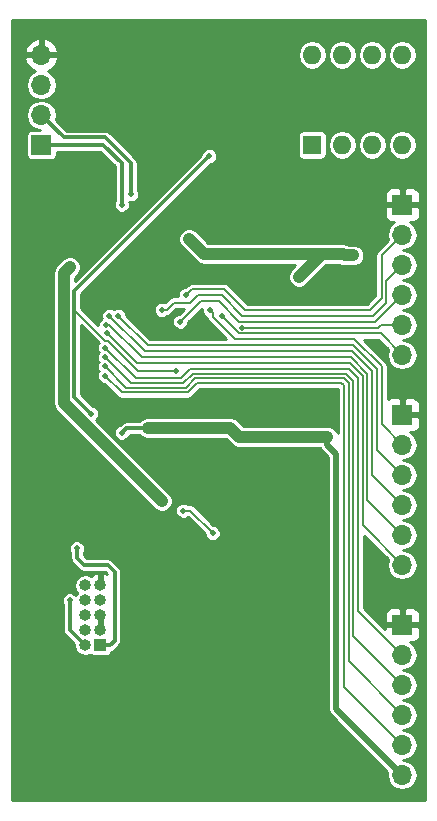
<source format=gbl>
G04 #@! TF.FileFunction,Copper,L2,Bot,Signal*
%FSLAX46Y46*%
G04 Gerber Fmt 4.6, Leading zero omitted, Abs format (unit mm)*
G04 Created by KiCad (PCBNEW 4.0.7) date Saturday, May 19, 2018 'PMt' 08:47:35 PM*
%MOMM*%
%LPD*%
G01*
G04 APERTURE LIST*
%ADD10C,0.100000*%
%ADD11C,6.400000*%
%ADD12C,1.000000*%
%ADD13C,0.400000*%
%ADD14R,1.000000X1.000000*%
%ADD15O,1.000000X1.000000*%
%ADD16R,1.700000X1.700000*%
%ADD17O,1.700000X1.700000*%
%ADD18R,1.600000X1.600000*%
%ADD19O,1.600000X1.600000*%
%ADD20C,0.500000*%
%ADD21C,1.000000*%
%ADD22C,0.200000*%
%ADD23C,0.500000*%
%ADD24C,0.300000*%
%ADD25C,0.254000*%
G04 APERTURE END LIST*
D10*
D11*
X227200000Y-117800000D03*
D12*
X225000000Y-91200000D03*
X231400000Y-95600000D03*
X230200000Y-78800000D03*
X230400000Y-87000000D03*
X240400000Y-91600000D03*
X237800000Y-58900000D03*
X236200000Y-62800000D03*
X235600000Y-81000000D03*
X234320000Y-113200000D03*
X248400000Y-92400000D03*
X245000000Y-88600000D03*
X240800000Y-88600000D03*
X241800000Y-77000000D03*
X242800000Y-69000000D03*
D13*
X238750000Y-61250000D03*
X238750000Y-62200000D03*
X238750000Y-60300000D03*
D14*
X230990000Y-108410000D03*
D15*
X229720000Y-108410000D03*
X230990000Y-107140000D03*
X229720000Y-107140000D03*
X230990000Y-105870000D03*
X229720000Y-105870000D03*
X230990000Y-104600000D03*
X229720000Y-104600000D03*
X230990000Y-103330000D03*
X229720000Y-103330000D03*
D16*
X226000000Y-66040000D03*
D17*
X226000000Y-63500000D03*
X226000000Y-60960000D03*
X226000000Y-58420000D03*
D18*
X248920000Y-66040000D03*
D19*
X256540000Y-58420000D03*
X251460000Y-66040000D03*
X254000000Y-58420000D03*
X254000000Y-66040000D03*
X251460000Y-58420000D03*
X256540000Y-66040000D03*
X248920000Y-58420000D03*
D16*
X256540000Y-71120000D03*
D17*
X256540000Y-73660000D03*
X256540000Y-76200000D03*
X256540000Y-78740000D03*
X256540000Y-81280000D03*
X256540000Y-83820000D03*
D16*
X256540000Y-88900000D03*
D17*
X256540000Y-91440000D03*
X256540000Y-93980000D03*
X256540000Y-96520000D03*
X256540000Y-99060000D03*
X256540000Y-101600000D03*
D16*
X256540000Y-106680000D03*
D17*
X256540000Y-109220000D03*
X256540000Y-111760000D03*
X256540000Y-114300000D03*
X256540000Y-116840000D03*
X256540000Y-119380000D03*
D11*
X227000000Y-72000000D03*
D20*
X238000000Y-97000000D03*
D12*
X236200000Y-96200000D03*
X228400000Y-76400000D03*
D20*
X240500000Y-98900000D03*
D12*
X250200000Y-90750000D03*
D20*
X229000000Y-100200000D03*
X232800000Y-90400000D03*
D12*
X252400000Y-75400000D03*
X238500000Y-74000000D03*
X247800000Y-77200000D03*
X235000000Y-90000000D03*
X242750000Y-90750000D03*
D20*
X233600000Y-70200000D03*
X232800000Y-71100000D03*
X228400000Y-104600000D03*
X230200000Y-88800000D03*
X240200000Y-67000000D03*
X237400000Y-85200000D03*
X238250000Y-78750000D03*
X236200000Y-80000000D03*
X237750000Y-81000000D03*
X243000000Y-81500010D03*
X241250000Y-80500000D03*
X240250000Y-80000000D03*
X232500000Y-80500000D03*
X231750000Y-80500000D03*
X231500000Y-81250000D03*
X231538916Y-81961084D03*
X231400000Y-83200000D03*
X231400000Y-84000000D03*
X231400000Y-84800000D03*
X231400000Y-85600000D03*
D21*
X227899998Y-87899998D02*
X236200000Y-96200000D01*
X227899998Y-76900002D02*
X227899998Y-87899998D01*
X228400000Y-76400000D02*
X227899998Y-76900002D01*
D22*
X238000000Y-97000000D02*
X238600000Y-97000000D01*
X238600000Y-97000000D02*
X240500000Y-98900000D01*
D21*
X252400000Y-75400000D02*
X251692894Y-75400000D01*
X251692894Y-75400000D02*
X251542894Y-75250000D01*
X251542894Y-75250000D02*
X249750000Y-75250000D01*
D23*
X250942894Y-92200000D02*
X250942894Y-113782894D01*
X250942894Y-113782894D02*
X256540000Y-119380000D01*
X250200000Y-90750000D02*
X250200000Y-91457106D01*
X250200000Y-91457106D02*
X250942894Y-92200000D01*
D21*
X242750000Y-90750000D02*
X250200000Y-90750000D01*
D24*
X229600000Y-101600000D02*
X229000000Y-101000000D01*
X229000000Y-100200000D02*
X229000000Y-101000000D01*
X231600000Y-101600000D02*
X229600000Y-101600000D01*
X232200000Y-102200000D02*
X231600000Y-101600000D01*
X232200000Y-108000000D02*
X232200000Y-102200000D01*
X230990000Y-108410000D02*
X231790000Y-108410000D01*
X231790000Y-108410000D02*
X232200000Y-108000000D01*
X235000000Y-90000000D02*
X233200000Y-90000000D01*
X233200000Y-90000000D02*
X232800000Y-90400000D01*
D21*
X235000000Y-90000000D02*
X242000000Y-90000000D01*
X247800000Y-77200000D02*
X249750000Y-75250000D01*
X249750000Y-75250000D02*
X239750000Y-75250000D01*
X239750000Y-75250000D02*
X238500000Y-74000000D01*
X242000000Y-90000000D02*
X242750000Y-90750000D01*
D24*
X233600000Y-67600000D02*
X233600000Y-70200000D01*
X227900000Y-65400000D02*
X231400000Y-65400000D01*
X231400000Y-65400000D02*
X233600000Y-67600000D01*
X226000000Y-63500000D02*
X227900000Y-65400000D01*
X226000000Y-66040000D02*
X231240000Y-66040000D01*
X231240000Y-66040000D02*
X232800000Y-67600000D01*
X232800000Y-67600000D02*
X232800000Y-71100000D01*
X228400000Y-104600000D02*
X228400000Y-107090000D01*
X228400000Y-107090000D02*
X229720000Y-108410000D01*
D22*
X231600000Y-82600000D02*
X234200000Y-85200000D01*
X234200000Y-85200000D02*
X237400000Y-85200000D01*
X231600000Y-82600000D02*
X231400000Y-82600000D01*
X231400000Y-82600000D02*
X228800000Y-80000000D01*
D24*
X240200000Y-67000000D02*
X228800000Y-78400000D01*
X228800000Y-78400000D02*
X228800000Y-80000000D01*
X228800000Y-80000000D02*
X228800000Y-87400000D01*
X228800000Y-87400000D02*
X230200000Y-88800000D01*
D22*
X238250000Y-78750000D02*
X238750000Y-78250000D01*
X253800000Y-80000000D02*
X254800000Y-79000000D01*
X238750000Y-78250000D02*
X241500000Y-78250000D01*
X254800000Y-75400000D02*
X256540000Y-73660000D01*
X241500000Y-78250000D02*
X243250000Y-80000000D01*
X243250000Y-80000000D02*
X253800000Y-80000000D01*
X254800000Y-79000000D02*
X254800000Y-75400000D01*
X238600000Y-79400000D02*
X239250000Y-78750000D01*
X236600000Y-80000000D02*
X237200000Y-79400000D01*
X237200000Y-79400000D02*
X238600000Y-79400000D01*
X236200000Y-80000000D02*
X236600000Y-80000000D01*
X239250000Y-78750000D02*
X241250000Y-78750000D01*
X241250000Y-78750000D02*
X243000000Y-80500000D01*
X243000000Y-80500000D02*
X254100000Y-80500000D01*
X254100000Y-80500000D02*
X255200000Y-79400000D01*
X255200000Y-79400000D02*
X255200000Y-77540000D01*
X255200000Y-77540000D02*
X256540000Y-76200000D01*
X237750000Y-81000000D02*
X239500000Y-79250000D01*
X239500000Y-79250000D02*
X241000000Y-79250000D01*
X241000000Y-79250000D02*
X242750000Y-81000000D01*
X242750000Y-81000000D02*
X254280000Y-81000000D01*
X254280000Y-81000000D02*
X256540000Y-78740000D01*
X254499990Y-81500010D02*
X254720000Y-81280000D01*
X254720000Y-81280000D02*
X256540000Y-81280000D01*
X243000000Y-81500010D02*
X254499990Y-81500010D01*
X242750011Y-82000011D02*
X254720011Y-82000011D01*
X254720011Y-82000011D02*
X256540000Y-83820000D01*
X241250000Y-80500000D02*
X242750011Y-82000011D01*
X240250000Y-80000000D02*
X240500000Y-80250000D01*
X254800000Y-89700000D02*
X256540000Y-91440000D01*
X240500000Y-80250000D02*
X240500000Y-80603553D01*
X240500000Y-80603553D02*
X242396447Y-82500000D01*
X242396447Y-82500000D02*
X252500000Y-82500000D01*
X252500000Y-82500000D02*
X254800000Y-84800000D01*
X254800000Y-84800000D02*
X254800000Y-89700000D01*
X232500000Y-80500000D02*
X235000000Y-83000000D01*
X235000000Y-83000000D02*
X252400000Y-83000000D01*
X252400000Y-83000000D02*
X254400000Y-85000000D01*
X254400000Y-85000000D02*
X254400000Y-91840000D01*
X254400000Y-91840000D02*
X256540000Y-93980000D01*
X234750000Y-83500000D02*
X252300000Y-83500000D01*
X254000000Y-85200000D02*
X254000000Y-93980000D01*
X252300000Y-83500000D02*
X254000000Y-85200000D01*
X231750000Y-80500000D02*
X234750000Y-83500000D01*
X254000000Y-93980000D02*
X256540000Y-96520000D01*
X234500000Y-84000000D02*
X252200000Y-84000000D01*
X253600000Y-85400000D02*
X253600000Y-96120000D01*
X252200000Y-84000000D02*
X253600000Y-85400000D01*
X253600000Y-96120000D02*
X256540000Y-99060000D01*
X231500000Y-81250000D02*
X231750000Y-81250000D01*
X231750000Y-81250000D02*
X234500000Y-84000000D01*
X231538916Y-81961084D02*
X234077832Y-84500000D01*
X234077832Y-84500000D02*
X252100000Y-84500000D01*
X252100000Y-84500000D02*
X253200000Y-85600000D01*
X253200000Y-85600000D02*
X253200000Y-98260000D01*
X253200000Y-98260000D02*
X256540000Y-101600000D01*
X238600000Y-85000000D02*
X252000000Y-85000000D01*
X252800000Y-85800000D02*
X252800000Y-105480000D01*
X252000000Y-85000000D02*
X252800000Y-85800000D01*
X234000000Y-85800000D02*
X237800000Y-85800000D01*
X231400000Y-83200000D02*
X234000000Y-85800000D01*
X237800000Y-85800000D02*
X238600000Y-85000000D01*
X252800000Y-105480000D02*
X256540000Y-109220000D01*
X233600000Y-86200000D02*
X238000000Y-86200000D01*
X238000000Y-86200000D02*
X238800000Y-85400000D01*
X252400000Y-86000000D02*
X252400000Y-107620000D01*
X231400000Y-84000000D02*
X233600000Y-86200000D01*
X238800000Y-85400000D02*
X251800000Y-85400000D01*
X251800000Y-85400000D02*
X252400000Y-86000000D01*
X252400000Y-107620000D02*
X256540000Y-111760000D01*
X252000000Y-86200000D02*
X252000000Y-109760000D01*
X231400000Y-84800000D02*
X233200000Y-86600000D01*
X251600000Y-85800000D02*
X252000000Y-86200000D01*
X233200000Y-86600000D02*
X238200000Y-86600000D01*
X238200000Y-86600000D02*
X239000000Y-85800000D01*
X239000000Y-85800000D02*
X251600000Y-85800000D01*
X252000000Y-109760000D02*
X256540000Y-114300000D01*
X231400000Y-85600000D02*
X232800000Y-87000000D01*
X251400000Y-86200000D02*
X251600000Y-86400000D01*
X232800000Y-87000000D02*
X238400000Y-87000000D01*
X238400000Y-87000000D02*
X239200000Y-86200000D01*
X239200000Y-86200000D02*
X251400000Y-86200000D01*
X251600000Y-86400000D02*
X251600000Y-111900000D01*
X251600000Y-111900000D02*
X256540000Y-116840000D01*
D25*
G36*
X258498000Y-121498000D02*
X223502000Y-121498000D01*
X223502000Y-104734073D01*
X227722883Y-104734073D01*
X227823000Y-104976375D01*
X227823000Y-107089995D01*
X227822999Y-107090000D01*
X227866922Y-107310808D01*
X227991999Y-107498001D01*
X228796268Y-108302270D01*
X228774839Y-108410000D01*
X228845403Y-108764748D01*
X229046351Y-109065488D01*
X229347091Y-109266436D01*
X229701839Y-109337000D01*
X229738161Y-109337000D01*
X230092909Y-109266436D01*
X230176155Y-109210813D01*
X230177927Y-109213567D01*
X230320619Y-109311064D01*
X230490000Y-109345365D01*
X231490000Y-109345365D01*
X231648237Y-109315591D01*
X231793567Y-109222073D01*
X231891064Y-109079381D01*
X231914799Y-108962176D01*
X232010808Y-108943078D01*
X232198001Y-108818001D01*
X232607998Y-108408003D01*
X232608001Y-108408001D01*
X232733078Y-108220808D01*
X232747760Y-108147000D01*
X232777001Y-108000000D01*
X232777000Y-107999995D01*
X232777000Y-102200000D01*
X232733078Y-101979192D01*
X232608001Y-101791999D01*
X232008001Y-101191999D01*
X231820808Y-101066922D01*
X231600000Y-101022999D01*
X231599995Y-101023000D01*
X229839002Y-101023000D01*
X229577000Y-100760998D01*
X229577000Y-100575797D01*
X229676882Y-100335254D01*
X229677117Y-100065927D01*
X229574267Y-99817011D01*
X229383990Y-99626402D01*
X229135254Y-99523118D01*
X228865927Y-99522883D01*
X228617011Y-99625733D01*
X228426402Y-99816010D01*
X228323118Y-100064746D01*
X228322883Y-100334073D01*
X228423000Y-100576375D01*
X228423000Y-100999995D01*
X228422999Y-101000000D01*
X228466922Y-101220808D01*
X228591999Y-101408001D01*
X229191999Y-102008001D01*
X229379192Y-102133078D01*
X229600000Y-102177000D01*
X231360998Y-102177000D01*
X231549084Y-102365086D01*
X231291877Y-102235868D01*
X231117000Y-102360865D01*
X231117000Y-103203000D01*
X231137000Y-103203000D01*
X231137000Y-103457000D01*
X231117000Y-103457000D01*
X231117000Y-103477000D01*
X230863000Y-103477000D01*
X230863000Y-103457000D01*
X230843000Y-103457000D01*
X230843000Y-103203000D01*
X230863000Y-103203000D01*
X230863000Y-102360865D01*
X230688123Y-102235868D01*
X230292396Y-102434677D01*
X230198084Y-102543840D01*
X230092909Y-102473564D01*
X229738161Y-102403000D01*
X229701839Y-102403000D01*
X229347091Y-102473564D01*
X229046351Y-102674512D01*
X228845403Y-102975252D01*
X228774839Y-103330000D01*
X228845403Y-103684748D01*
X229032661Y-103965000D01*
X228908376Y-104151006D01*
X228783990Y-104026402D01*
X228535254Y-103923118D01*
X228265927Y-103922883D01*
X228017011Y-104025733D01*
X227826402Y-104216010D01*
X227723118Y-104464746D01*
X227722883Y-104734073D01*
X223502000Y-104734073D01*
X223502000Y-97134073D01*
X237322883Y-97134073D01*
X237425733Y-97382989D01*
X237616010Y-97573598D01*
X237864746Y-97676882D01*
X238134073Y-97677117D01*
X238382989Y-97574267D01*
X238406003Y-97551293D01*
X239822940Y-98968230D01*
X239822883Y-99034073D01*
X239925733Y-99282989D01*
X240116010Y-99473598D01*
X240364746Y-99576882D01*
X240634073Y-99577117D01*
X240882989Y-99474267D01*
X241073598Y-99283990D01*
X241176882Y-99035254D01*
X241177117Y-98765927D01*
X241074267Y-98517011D01*
X240883990Y-98326402D01*
X240635254Y-98223118D01*
X240568350Y-98223060D01*
X238972645Y-96627355D01*
X238801675Y-96513115D01*
X238600000Y-96473000D01*
X238430507Y-96473000D01*
X238383990Y-96426402D01*
X238135254Y-96323118D01*
X237865927Y-96322883D01*
X237617011Y-96425733D01*
X237426402Y-96616010D01*
X237323118Y-96864746D01*
X237322883Y-97134073D01*
X223502000Y-97134073D01*
X223502000Y-76900002D01*
X226972998Y-76900002D01*
X226972998Y-87899998D01*
X227043562Y-88254746D01*
X227135272Y-88391999D01*
X227244510Y-88555486D01*
X235544226Y-96855202D01*
X235674211Y-96985414D01*
X236014799Y-97126839D01*
X236383583Y-97127161D01*
X236724417Y-96986331D01*
X236985414Y-96725789D01*
X237126839Y-96385201D01*
X237127161Y-96016417D01*
X236986331Y-95675583D01*
X236725789Y-95414586D01*
X236725401Y-95414425D01*
X230634161Y-89323185D01*
X230773598Y-89183990D01*
X230876882Y-88935254D01*
X230877117Y-88665927D01*
X230774267Y-88417011D01*
X230583990Y-88226402D01*
X230341865Y-88125863D01*
X229377000Y-87160998D01*
X229377000Y-81322290D01*
X230848580Y-82793870D01*
X230826402Y-82816010D01*
X230723118Y-83064746D01*
X230722883Y-83334073D01*
X230825733Y-83582989D01*
X230842577Y-83599863D01*
X230826402Y-83616010D01*
X230723118Y-83864746D01*
X230722883Y-84134073D01*
X230825733Y-84382989D01*
X230842577Y-84399863D01*
X230826402Y-84416010D01*
X230723118Y-84664746D01*
X230722883Y-84934073D01*
X230825733Y-85182989D01*
X230842577Y-85199863D01*
X230826402Y-85216010D01*
X230723118Y-85464746D01*
X230722883Y-85734073D01*
X230825733Y-85982989D01*
X231016010Y-86173598D01*
X231264746Y-86276882D01*
X231331650Y-86276940D01*
X232427355Y-87372645D01*
X232598325Y-87486885D01*
X232800000Y-87527000D01*
X238400000Y-87527000D01*
X238601675Y-87486885D01*
X238772645Y-87372645D01*
X239418290Y-86727000D01*
X251073000Y-86727000D01*
X251073000Y-90435338D01*
X250986331Y-90225583D01*
X250725789Y-89964586D01*
X250385201Y-89823161D01*
X250016417Y-89822839D01*
X250016027Y-89823000D01*
X243133976Y-89823000D01*
X242655488Y-89344512D01*
X242629811Y-89327355D01*
X242354748Y-89143564D01*
X242000000Y-89073000D01*
X235000809Y-89073000D01*
X234816417Y-89072839D01*
X234475583Y-89213669D01*
X234265886Y-89423000D01*
X233200000Y-89423000D01*
X232979191Y-89466922D01*
X232904213Y-89517021D01*
X232791999Y-89591999D01*
X232791997Y-89592002D01*
X232657728Y-89726271D01*
X232417011Y-89825733D01*
X232226402Y-90016010D01*
X232123118Y-90264746D01*
X232122883Y-90534073D01*
X232225733Y-90782989D01*
X232416010Y-90973598D01*
X232664746Y-91076882D01*
X232934073Y-91077117D01*
X233182989Y-90974267D01*
X233373598Y-90783990D01*
X233459548Y-90577000D01*
X234266160Y-90577000D01*
X234474211Y-90785414D01*
X234814799Y-90926839D01*
X235183583Y-90927161D01*
X235183973Y-90927000D01*
X241616024Y-90927000D01*
X242094226Y-91405202D01*
X242224211Y-91535414D01*
X242564799Y-91676839D01*
X242933583Y-91677161D01*
X242933973Y-91677000D01*
X249566740Y-91677000D01*
X249574534Y-91716183D01*
X249577946Y-91721289D01*
X249721289Y-91935817D01*
X250265894Y-92480422D01*
X250265894Y-113782894D01*
X250317428Y-114041971D01*
X250464183Y-114261605D01*
X255295154Y-119092576D01*
X255237982Y-119380000D01*
X255335188Y-119868687D01*
X255612007Y-120282975D01*
X256026295Y-120559794D01*
X256514982Y-120657000D01*
X256565018Y-120657000D01*
X257053705Y-120559794D01*
X257467993Y-120282975D01*
X257744812Y-119868687D01*
X257842018Y-119380000D01*
X257744812Y-118891313D01*
X257467993Y-118477025D01*
X257053705Y-118200206D01*
X256600209Y-118110000D01*
X257053705Y-118019794D01*
X257467993Y-117742975D01*
X257744812Y-117328687D01*
X257842018Y-116840000D01*
X257744812Y-116351313D01*
X257467993Y-115937025D01*
X257053705Y-115660206D01*
X256600209Y-115570000D01*
X257053705Y-115479794D01*
X257467993Y-115202975D01*
X257744812Y-114788687D01*
X257842018Y-114300000D01*
X257744812Y-113811313D01*
X257467993Y-113397025D01*
X257053705Y-113120206D01*
X256600209Y-113030000D01*
X257053705Y-112939794D01*
X257467993Y-112662975D01*
X257744812Y-112248687D01*
X257842018Y-111760000D01*
X257744812Y-111271313D01*
X257467993Y-110857025D01*
X257053705Y-110580206D01*
X256600209Y-110490000D01*
X257053705Y-110399794D01*
X257467993Y-110122975D01*
X257744812Y-109708687D01*
X257842018Y-109220000D01*
X257744812Y-108731313D01*
X257467993Y-108317025D01*
X257240472Y-108165000D01*
X257516309Y-108165000D01*
X257749698Y-108068327D01*
X257928327Y-107889699D01*
X258025000Y-107656310D01*
X258025000Y-106965750D01*
X257866250Y-106807000D01*
X256667000Y-106807000D01*
X256667000Y-106827000D01*
X256413000Y-106827000D01*
X256413000Y-106807000D01*
X255213750Y-106807000D01*
X255055000Y-106965750D01*
X255055000Y-106989710D01*
X253768980Y-105703690D01*
X255055000Y-105703690D01*
X255055000Y-106394250D01*
X255213750Y-106553000D01*
X256413000Y-106553000D01*
X256413000Y-105353750D01*
X256667000Y-105353750D01*
X256667000Y-106553000D01*
X257866250Y-106553000D01*
X258025000Y-106394250D01*
X258025000Y-105703690D01*
X257928327Y-105470301D01*
X257749698Y-105291673D01*
X257516309Y-105195000D01*
X256825750Y-105195000D01*
X256667000Y-105353750D01*
X256413000Y-105353750D01*
X256254250Y-105195000D01*
X255563691Y-105195000D01*
X255330302Y-105291673D01*
X255151673Y-105470301D01*
X255055000Y-105703690D01*
X253768980Y-105703690D01*
X253327000Y-105261710D01*
X253327000Y-99132290D01*
X255330349Y-101135639D01*
X255237982Y-101600000D01*
X255335188Y-102088687D01*
X255612007Y-102502975D01*
X256026295Y-102779794D01*
X256514982Y-102877000D01*
X256565018Y-102877000D01*
X257053705Y-102779794D01*
X257467993Y-102502975D01*
X257744812Y-102088687D01*
X257842018Y-101600000D01*
X257744812Y-101111313D01*
X257467993Y-100697025D01*
X257053705Y-100420206D01*
X256600209Y-100330000D01*
X257053705Y-100239794D01*
X257467993Y-99962975D01*
X257744812Y-99548687D01*
X257842018Y-99060000D01*
X257744812Y-98571313D01*
X257467993Y-98157025D01*
X257053705Y-97880206D01*
X256600209Y-97790000D01*
X257053705Y-97699794D01*
X257467993Y-97422975D01*
X257744812Y-97008687D01*
X257842018Y-96520000D01*
X257744812Y-96031313D01*
X257467993Y-95617025D01*
X257053705Y-95340206D01*
X256600209Y-95250000D01*
X257053705Y-95159794D01*
X257467993Y-94882975D01*
X257744812Y-94468687D01*
X257842018Y-93980000D01*
X257744812Y-93491313D01*
X257467993Y-93077025D01*
X257053705Y-92800206D01*
X256600209Y-92710000D01*
X257053705Y-92619794D01*
X257467993Y-92342975D01*
X257744812Y-91928687D01*
X257842018Y-91440000D01*
X257744812Y-90951313D01*
X257467993Y-90537025D01*
X257240472Y-90385000D01*
X257516309Y-90385000D01*
X257749698Y-90288327D01*
X257928327Y-90109699D01*
X258025000Y-89876310D01*
X258025000Y-89185750D01*
X257866250Y-89027000D01*
X256667000Y-89027000D01*
X256667000Y-89047000D01*
X256413000Y-89047000D01*
X256413000Y-89027000D01*
X256393000Y-89027000D01*
X256393000Y-88773000D01*
X256413000Y-88773000D01*
X256413000Y-87573750D01*
X256667000Y-87573750D01*
X256667000Y-88773000D01*
X257866250Y-88773000D01*
X258025000Y-88614250D01*
X258025000Y-87923690D01*
X257928327Y-87690301D01*
X257749698Y-87511673D01*
X257516309Y-87415000D01*
X256825750Y-87415000D01*
X256667000Y-87573750D01*
X256413000Y-87573750D01*
X256254250Y-87415000D01*
X255563691Y-87415000D01*
X255330302Y-87511673D01*
X255327000Y-87514975D01*
X255327000Y-84800000D01*
X255286885Y-84598326D01*
X255286885Y-84598325D01*
X255172645Y-84427355D01*
X253272301Y-82527011D01*
X254501721Y-82527011D01*
X255330349Y-83355639D01*
X255237982Y-83820000D01*
X255335188Y-84308687D01*
X255612007Y-84722975D01*
X256026295Y-84999794D01*
X256514982Y-85097000D01*
X256565018Y-85097000D01*
X257053705Y-84999794D01*
X257467993Y-84722975D01*
X257744812Y-84308687D01*
X257842018Y-83820000D01*
X257744812Y-83331313D01*
X257467993Y-82917025D01*
X257053705Y-82640206D01*
X256600209Y-82550000D01*
X257053705Y-82459794D01*
X257467993Y-82182975D01*
X257744812Y-81768687D01*
X257842018Y-81280000D01*
X257744812Y-80791313D01*
X257467993Y-80377025D01*
X257053705Y-80100206D01*
X256600209Y-80010000D01*
X257053705Y-79919794D01*
X257467993Y-79642975D01*
X257744812Y-79228687D01*
X257842018Y-78740000D01*
X257744812Y-78251313D01*
X257467993Y-77837025D01*
X257053705Y-77560206D01*
X256600209Y-77470000D01*
X257053705Y-77379794D01*
X257467993Y-77102975D01*
X257744812Y-76688687D01*
X257842018Y-76200000D01*
X257744812Y-75711313D01*
X257467993Y-75297025D01*
X257053705Y-75020206D01*
X256600209Y-74930000D01*
X257053705Y-74839794D01*
X257467993Y-74562975D01*
X257744812Y-74148687D01*
X257842018Y-73660000D01*
X257744812Y-73171313D01*
X257467993Y-72757025D01*
X257240472Y-72605000D01*
X257516309Y-72605000D01*
X257749698Y-72508327D01*
X257928327Y-72329699D01*
X258025000Y-72096310D01*
X258025000Y-71405750D01*
X257866250Y-71247000D01*
X256667000Y-71247000D01*
X256667000Y-71267000D01*
X256413000Y-71267000D01*
X256413000Y-71247000D01*
X255213750Y-71247000D01*
X255055000Y-71405750D01*
X255055000Y-72096310D01*
X255151673Y-72329699D01*
X255330302Y-72508327D01*
X255563691Y-72605000D01*
X255839528Y-72605000D01*
X255612007Y-72757025D01*
X255335188Y-73171313D01*
X255237982Y-73660000D01*
X255330349Y-74124360D01*
X254427355Y-75027355D01*
X254313115Y-75198325D01*
X254293483Y-75297025D01*
X254273000Y-75400000D01*
X254273000Y-78781709D01*
X253581710Y-79473000D01*
X243468290Y-79473000D01*
X241872645Y-77877355D01*
X241701675Y-77763115D01*
X241500000Y-77723000D01*
X238750000Y-77723000D01*
X238548326Y-77763115D01*
X238377355Y-77877355D01*
X238181770Y-78072940D01*
X238115927Y-78072883D01*
X237867011Y-78175733D01*
X237676402Y-78366010D01*
X237573118Y-78614746D01*
X237572893Y-78873000D01*
X237200000Y-78873000D01*
X236998325Y-78913115D01*
X236827355Y-79027355D01*
X236473986Y-79380724D01*
X236335254Y-79323118D01*
X236065927Y-79322883D01*
X235817011Y-79425733D01*
X235626402Y-79616010D01*
X235523118Y-79864746D01*
X235522883Y-80134073D01*
X235625733Y-80382989D01*
X235816010Y-80573598D01*
X236064746Y-80676882D01*
X236334073Y-80677117D01*
X236582989Y-80574267D01*
X236637888Y-80519464D01*
X236801675Y-80486885D01*
X236972645Y-80372645D01*
X237418290Y-79927000D01*
X238077710Y-79927000D01*
X237681770Y-80322940D01*
X237615927Y-80322883D01*
X237367011Y-80425733D01*
X237176402Y-80616010D01*
X237073118Y-80864746D01*
X237072883Y-81134073D01*
X237175733Y-81382989D01*
X237366010Y-81573598D01*
X237614746Y-81676882D01*
X237884073Y-81677117D01*
X238132989Y-81574267D01*
X238323598Y-81383990D01*
X238426882Y-81135254D01*
X238426940Y-81068350D01*
X239573068Y-79922222D01*
X239572883Y-80134073D01*
X239675733Y-80382989D01*
X239866010Y-80573598D01*
X239976138Y-80619327D01*
X240013115Y-80805228D01*
X240127355Y-80976198D01*
X241624157Y-82473000D01*
X235218290Y-82473000D01*
X233177060Y-80431770D01*
X233177117Y-80365927D01*
X233074267Y-80117011D01*
X232883990Y-79926402D01*
X232635254Y-79823118D01*
X232365927Y-79822883D01*
X232124714Y-79922550D01*
X231885254Y-79823118D01*
X231615927Y-79822883D01*
X231367011Y-79925733D01*
X231176402Y-80116010D01*
X231073118Y-80364746D01*
X231072883Y-80634073D01*
X231097956Y-80694755D01*
X230926402Y-80866010D01*
X230823118Y-81114746D01*
X230822976Y-81277686D01*
X229377000Y-79831710D01*
X229377000Y-78639002D01*
X233832418Y-74183583D01*
X237572839Y-74183583D01*
X237713669Y-74524417D01*
X237974211Y-74785414D01*
X237974599Y-74785575D01*
X239094512Y-75905488D01*
X239395252Y-76106436D01*
X239750000Y-76177000D01*
X247512024Y-76177000D01*
X247144798Y-76544226D01*
X247014586Y-76674211D01*
X246873161Y-77014799D01*
X246872839Y-77383583D01*
X247013669Y-77724417D01*
X247274211Y-77985414D01*
X247614799Y-78126839D01*
X247983583Y-78127161D01*
X248324417Y-77986331D01*
X248585414Y-77725789D01*
X248585575Y-77725401D01*
X250133976Y-76177000D01*
X251219262Y-76177000D01*
X251338146Y-76256436D01*
X251692894Y-76327000D01*
X252399191Y-76327000D01*
X252583583Y-76327161D01*
X252924417Y-76186331D01*
X253185414Y-75925789D01*
X253326839Y-75585201D01*
X253327161Y-75216417D01*
X253186331Y-74875583D01*
X252925789Y-74614586D01*
X252585201Y-74473161D01*
X252216417Y-74472839D01*
X252216027Y-74473000D01*
X252016526Y-74473000D01*
X251897642Y-74393564D01*
X251542894Y-74323000D01*
X240133976Y-74323000D01*
X239155488Y-73344512D01*
X239025789Y-73214586D01*
X238685201Y-73073161D01*
X238316417Y-73072839D01*
X237975583Y-73213669D01*
X237714586Y-73474211D01*
X237573161Y-73814799D01*
X237572839Y-74183583D01*
X233832418Y-74183583D01*
X237872311Y-70143690D01*
X255055000Y-70143690D01*
X255055000Y-70834250D01*
X255213750Y-70993000D01*
X256413000Y-70993000D01*
X256413000Y-69793750D01*
X256667000Y-69793750D01*
X256667000Y-70993000D01*
X257866250Y-70993000D01*
X258025000Y-70834250D01*
X258025000Y-70143690D01*
X257928327Y-69910301D01*
X257749698Y-69731673D01*
X257516309Y-69635000D01*
X256825750Y-69635000D01*
X256667000Y-69793750D01*
X256413000Y-69793750D01*
X256254250Y-69635000D01*
X255563691Y-69635000D01*
X255330302Y-69731673D01*
X255151673Y-69910301D01*
X255055000Y-70143690D01*
X237872311Y-70143690D01*
X240342272Y-67673729D01*
X240582989Y-67574267D01*
X240773598Y-67383990D01*
X240876882Y-67135254D01*
X240877117Y-66865927D01*
X240774267Y-66617011D01*
X240583990Y-66426402D01*
X240335254Y-66323118D01*
X240065927Y-66322883D01*
X239817011Y-66425733D01*
X239626402Y-66616010D01*
X239525863Y-66858136D01*
X228826998Y-77557000D01*
X228826998Y-77283978D01*
X229055488Y-77055488D01*
X229185414Y-76925789D01*
X229326839Y-76585201D01*
X229327161Y-76216417D01*
X229186331Y-75875583D01*
X228925789Y-75614586D01*
X228585201Y-75473161D01*
X228216417Y-75472839D01*
X227875583Y-75613669D01*
X227614586Y-75874211D01*
X227614425Y-75874599D01*
X227244510Y-76244514D01*
X227043562Y-76545254D01*
X226972998Y-76900002D01*
X223502000Y-76900002D01*
X223502000Y-58776890D01*
X224558524Y-58776890D01*
X224728355Y-59186924D01*
X225118642Y-59615183D01*
X225479583Y-59784691D01*
X225072007Y-60057025D01*
X224795188Y-60471313D01*
X224697982Y-60960000D01*
X224795188Y-61448687D01*
X225072007Y-61862975D01*
X225486295Y-62139794D01*
X225939791Y-62230000D01*
X225486295Y-62320206D01*
X225072007Y-62597025D01*
X224795188Y-63011313D01*
X224697982Y-63500000D01*
X224795188Y-63988687D01*
X225072007Y-64402975D01*
X225486295Y-64679794D01*
X225862546Y-64754635D01*
X225150000Y-64754635D01*
X224991763Y-64784409D01*
X224846433Y-64877927D01*
X224748936Y-65020619D01*
X224714635Y-65190000D01*
X224714635Y-66890000D01*
X224744409Y-67048237D01*
X224837927Y-67193567D01*
X224980619Y-67291064D01*
X225150000Y-67325365D01*
X226850000Y-67325365D01*
X227008237Y-67295591D01*
X227153567Y-67202073D01*
X227251064Y-67059381D01*
X227285365Y-66890000D01*
X227285365Y-66617000D01*
X231000998Y-66617000D01*
X232223000Y-67839002D01*
X232223000Y-70724203D01*
X232123118Y-70964746D01*
X232122883Y-71234073D01*
X232225733Y-71482989D01*
X232416010Y-71673598D01*
X232664746Y-71776882D01*
X232934073Y-71777117D01*
X233182989Y-71674267D01*
X233373598Y-71483990D01*
X233476882Y-71235254D01*
X233477117Y-70965927D01*
X233435267Y-70864641D01*
X233464746Y-70876882D01*
X233734073Y-70877117D01*
X233982989Y-70774267D01*
X234173598Y-70583990D01*
X234276882Y-70335254D01*
X234277117Y-70065927D01*
X234177000Y-69823625D01*
X234177000Y-67600005D01*
X234177001Y-67600000D01*
X234133078Y-67379192D01*
X234074176Y-67291038D01*
X234008001Y-67191999D01*
X234007998Y-67191997D01*
X232056002Y-65240000D01*
X247684635Y-65240000D01*
X247684635Y-66840000D01*
X247714409Y-66998237D01*
X247807927Y-67143567D01*
X247950619Y-67241064D01*
X248120000Y-67275365D01*
X249720000Y-67275365D01*
X249878237Y-67245591D01*
X250023567Y-67152073D01*
X250121064Y-67009381D01*
X250155365Y-66840000D01*
X250155365Y-66015962D01*
X250233000Y-66015962D01*
X250233000Y-66064038D01*
X250326400Y-66533591D01*
X250592380Y-66931658D01*
X250990447Y-67197638D01*
X251460000Y-67291038D01*
X251929553Y-67197638D01*
X252327620Y-66931658D01*
X252593600Y-66533591D01*
X252687000Y-66064038D01*
X252687000Y-66015962D01*
X252773000Y-66015962D01*
X252773000Y-66064038D01*
X252866400Y-66533591D01*
X253132380Y-66931658D01*
X253530447Y-67197638D01*
X254000000Y-67291038D01*
X254469553Y-67197638D01*
X254867620Y-66931658D01*
X255133600Y-66533591D01*
X255227000Y-66064038D01*
X255227000Y-66015962D01*
X255313000Y-66015962D01*
X255313000Y-66064038D01*
X255406400Y-66533591D01*
X255672380Y-66931658D01*
X256070447Y-67197638D01*
X256540000Y-67291038D01*
X257009553Y-67197638D01*
X257407620Y-66931658D01*
X257673600Y-66533591D01*
X257767000Y-66064038D01*
X257767000Y-66015962D01*
X257673600Y-65546409D01*
X257407620Y-65148342D01*
X257009553Y-64882362D01*
X256540000Y-64788962D01*
X256070447Y-64882362D01*
X255672380Y-65148342D01*
X255406400Y-65546409D01*
X255313000Y-66015962D01*
X255227000Y-66015962D01*
X255133600Y-65546409D01*
X254867620Y-65148342D01*
X254469553Y-64882362D01*
X254000000Y-64788962D01*
X253530447Y-64882362D01*
X253132380Y-65148342D01*
X252866400Y-65546409D01*
X252773000Y-66015962D01*
X252687000Y-66015962D01*
X252593600Y-65546409D01*
X252327620Y-65148342D01*
X251929553Y-64882362D01*
X251460000Y-64788962D01*
X250990447Y-64882362D01*
X250592380Y-65148342D01*
X250326400Y-65546409D01*
X250233000Y-66015962D01*
X250155365Y-66015962D01*
X250155365Y-65240000D01*
X250125591Y-65081763D01*
X250032073Y-64936433D01*
X249889381Y-64838936D01*
X249720000Y-64804635D01*
X248120000Y-64804635D01*
X247961763Y-64834409D01*
X247816433Y-64927927D01*
X247718936Y-65070619D01*
X247684635Y-65240000D01*
X232056002Y-65240000D01*
X231808001Y-64991999D01*
X231620808Y-64866922D01*
X231400000Y-64822999D01*
X231399995Y-64823000D01*
X228139001Y-64823000D01*
X227221383Y-63905381D01*
X227302018Y-63500000D01*
X227204812Y-63011313D01*
X226927993Y-62597025D01*
X226513705Y-62320206D01*
X226060209Y-62230000D01*
X226513705Y-62139794D01*
X226927993Y-61862975D01*
X227204812Y-61448687D01*
X227302018Y-60960000D01*
X227204812Y-60471313D01*
X226927993Y-60057025D01*
X226520417Y-59784691D01*
X226881358Y-59615183D01*
X227271645Y-59186924D01*
X227441476Y-58776890D01*
X227320155Y-58547000D01*
X226127000Y-58547000D01*
X226127000Y-58567000D01*
X225873000Y-58567000D01*
X225873000Y-58547000D01*
X224679845Y-58547000D01*
X224558524Y-58776890D01*
X223502000Y-58776890D01*
X223502000Y-58395962D01*
X247693000Y-58395962D01*
X247693000Y-58444038D01*
X247786400Y-58913591D01*
X248052380Y-59311658D01*
X248450447Y-59577638D01*
X248920000Y-59671038D01*
X249389553Y-59577638D01*
X249787620Y-59311658D01*
X250053600Y-58913591D01*
X250147000Y-58444038D01*
X250147000Y-58395962D01*
X250233000Y-58395962D01*
X250233000Y-58444038D01*
X250326400Y-58913591D01*
X250592380Y-59311658D01*
X250990447Y-59577638D01*
X251460000Y-59671038D01*
X251929553Y-59577638D01*
X252327620Y-59311658D01*
X252593600Y-58913591D01*
X252687000Y-58444038D01*
X252687000Y-58395962D01*
X252773000Y-58395962D01*
X252773000Y-58444038D01*
X252866400Y-58913591D01*
X253132380Y-59311658D01*
X253530447Y-59577638D01*
X254000000Y-59671038D01*
X254469553Y-59577638D01*
X254867620Y-59311658D01*
X255133600Y-58913591D01*
X255227000Y-58444038D01*
X255227000Y-58395962D01*
X255313000Y-58395962D01*
X255313000Y-58444038D01*
X255406400Y-58913591D01*
X255672380Y-59311658D01*
X256070447Y-59577638D01*
X256540000Y-59671038D01*
X257009553Y-59577638D01*
X257407620Y-59311658D01*
X257673600Y-58913591D01*
X257767000Y-58444038D01*
X257767000Y-58395962D01*
X257673600Y-57926409D01*
X257407620Y-57528342D01*
X257009553Y-57262362D01*
X256540000Y-57168962D01*
X256070447Y-57262362D01*
X255672380Y-57528342D01*
X255406400Y-57926409D01*
X255313000Y-58395962D01*
X255227000Y-58395962D01*
X255133600Y-57926409D01*
X254867620Y-57528342D01*
X254469553Y-57262362D01*
X254000000Y-57168962D01*
X253530447Y-57262362D01*
X253132380Y-57528342D01*
X252866400Y-57926409D01*
X252773000Y-58395962D01*
X252687000Y-58395962D01*
X252593600Y-57926409D01*
X252327620Y-57528342D01*
X251929553Y-57262362D01*
X251460000Y-57168962D01*
X250990447Y-57262362D01*
X250592380Y-57528342D01*
X250326400Y-57926409D01*
X250233000Y-58395962D01*
X250147000Y-58395962D01*
X250053600Y-57926409D01*
X249787620Y-57528342D01*
X249389553Y-57262362D01*
X248920000Y-57168962D01*
X248450447Y-57262362D01*
X248052380Y-57528342D01*
X247786400Y-57926409D01*
X247693000Y-58395962D01*
X223502000Y-58395962D01*
X223502000Y-58063110D01*
X224558524Y-58063110D01*
X224679845Y-58293000D01*
X225873000Y-58293000D01*
X225873000Y-57099181D01*
X226127000Y-57099181D01*
X226127000Y-58293000D01*
X227320155Y-58293000D01*
X227441476Y-58063110D01*
X227271645Y-57653076D01*
X226881358Y-57224817D01*
X226356892Y-56978514D01*
X226127000Y-57099181D01*
X225873000Y-57099181D01*
X225643108Y-56978514D01*
X225118642Y-57224817D01*
X224728355Y-57653076D01*
X224558524Y-58063110D01*
X223502000Y-58063110D01*
X223502000Y-55502000D01*
X258498000Y-55502000D01*
X258498000Y-121498000D01*
X258498000Y-121498000D01*
G37*
X258498000Y-121498000D02*
X223502000Y-121498000D01*
X223502000Y-104734073D01*
X227722883Y-104734073D01*
X227823000Y-104976375D01*
X227823000Y-107089995D01*
X227822999Y-107090000D01*
X227866922Y-107310808D01*
X227991999Y-107498001D01*
X228796268Y-108302270D01*
X228774839Y-108410000D01*
X228845403Y-108764748D01*
X229046351Y-109065488D01*
X229347091Y-109266436D01*
X229701839Y-109337000D01*
X229738161Y-109337000D01*
X230092909Y-109266436D01*
X230176155Y-109210813D01*
X230177927Y-109213567D01*
X230320619Y-109311064D01*
X230490000Y-109345365D01*
X231490000Y-109345365D01*
X231648237Y-109315591D01*
X231793567Y-109222073D01*
X231891064Y-109079381D01*
X231914799Y-108962176D01*
X232010808Y-108943078D01*
X232198001Y-108818001D01*
X232607998Y-108408003D01*
X232608001Y-108408001D01*
X232733078Y-108220808D01*
X232747760Y-108147000D01*
X232777001Y-108000000D01*
X232777000Y-107999995D01*
X232777000Y-102200000D01*
X232733078Y-101979192D01*
X232608001Y-101791999D01*
X232008001Y-101191999D01*
X231820808Y-101066922D01*
X231600000Y-101022999D01*
X231599995Y-101023000D01*
X229839002Y-101023000D01*
X229577000Y-100760998D01*
X229577000Y-100575797D01*
X229676882Y-100335254D01*
X229677117Y-100065927D01*
X229574267Y-99817011D01*
X229383990Y-99626402D01*
X229135254Y-99523118D01*
X228865927Y-99522883D01*
X228617011Y-99625733D01*
X228426402Y-99816010D01*
X228323118Y-100064746D01*
X228322883Y-100334073D01*
X228423000Y-100576375D01*
X228423000Y-100999995D01*
X228422999Y-101000000D01*
X228466922Y-101220808D01*
X228591999Y-101408001D01*
X229191999Y-102008001D01*
X229379192Y-102133078D01*
X229600000Y-102177000D01*
X231360998Y-102177000D01*
X231549084Y-102365086D01*
X231291877Y-102235868D01*
X231117000Y-102360865D01*
X231117000Y-103203000D01*
X231137000Y-103203000D01*
X231137000Y-103457000D01*
X231117000Y-103457000D01*
X231117000Y-103477000D01*
X230863000Y-103477000D01*
X230863000Y-103457000D01*
X230843000Y-103457000D01*
X230843000Y-103203000D01*
X230863000Y-103203000D01*
X230863000Y-102360865D01*
X230688123Y-102235868D01*
X230292396Y-102434677D01*
X230198084Y-102543840D01*
X230092909Y-102473564D01*
X229738161Y-102403000D01*
X229701839Y-102403000D01*
X229347091Y-102473564D01*
X229046351Y-102674512D01*
X228845403Y-102975252D01*
X228774839Y-103330000D01*
X228845403Y-103684748D01*
X229032661Y-103965000D01*
X228908376Y-104151006D01*
X228783990Y-104026402D01*
X228535254Y-103923118D01*
X228265927Y-103922883D01*
X228017011Y-104025733D01*
X227826402Y-104216010D01*
X227723118Y-104464746D01*
X227722883Y-104734073D01*
X223502000Y-104734073D01*
X223502000Y-97134073D01*
X237322883Y-97134073D01*
X237425733Y-97382989D01*
X237616010Y-97573598D01*
X237864746Y-97676882D01*
X238134073Y-97677117D01*
X238382989Y-97574267D01*
X238406003Y-97551293D01*
X239822940Y-98968230D01*
X239822883Y-99034073D01*
X239925733Y-99282989D01*
X240116010Y-99473598D01*
X240364746Y-99576882D01*
X240634073Y-99577117D01*
X240882989Y-99474267D01*
X241073598Y-99283990D01*
X241176882Y-99035254D01*
X241177117Y-98765927D01*
X241074267Y-98517011D01*
X240883990Y-98326402D01*
X240635254Y-98223118D01*
X240568350Y-98223060D01*
X238972645Y-96627355D01*
X238801675Y-96513115D01*
X238600000Y-96473000D01*
X238430507Y-96473000D01*
X238383990Y-96426402D01*
X238135254Y-96323118D01*
X237865927Y-96322883D01*
X237617011Y-96425733D01*
X237426402Y-96616010D01*
X237323118Y-96864746D01*
X237322883Y-97134073D01*
X223502000Y-97134073D01*
X223502000Y-76900002D01*
X226972998Y-76900002D01*
X226972998Y-87899998D01*
X227043562Y-88254746D01*
X227135272Y-88391999D01*
X227244510Y-88555486D01*
X235544226Y-96855202D01*
X235674211Y-96985414D01*
X236014799Y-97126839D01*
X236383583Y-97127161D01*
X236724417Y-96986331D01*
X236985414Y-96725789D01*
X237126839Y-96385201D01*
X237127161Y-96016417D01*
X236986331Y-95675583D01*
X236725789Y-95414586D01*
X236725401Y-95414425D01*
X230634161Y-89323185D01*
X230773598Y-89183990D01*
X230876882Y-88935254D01*
X230877117Y-88665927D01*
X230774267Y-88417011D01*
X230583990Y-88226402D01*
X230341865Y-88125863D01*
X229377000Y-87160998D01*
X229377000Y-81322290D01*
X230848580Y-82793870D01*
X230826402Y-82816010D01*
X230723118Y-83064746D01*
X230722883Y-83334073D01*
X230825733Y-83582989D01*
X230842577Y-83599863D01*
X230826402Y-83616010D01*
X230723118Y-83864746D01*
X230722883Y-84134073D01*
X230825733Y-84382989D01*
X230842577Y-84399863D01*
X230826402Y-84416010D01*
X230723118Y-84664746D01*
X230722883Y-84934073D01*
X230825733Y-85182989D01*
X230842577Y-85199863D01*
X230826402Y-85216010D01*
X230723118Y-85464746D01*
X230722883Y-85734073D01*
X230825733Y-85982989D01*
X231016010Y-86173598D01*
X231264746Y-86276882D01*
X231331650Y-86276940D01*
X232427355Y-87372645D01*
X232598325Y-87486885D01*
X232800000Y-87527000D01*
X238400000Y-87527000D01*
X238601675Y-87486885D01*
X238772645Y-87372645D01*
X239418290Y-86727000D01*
X251073000Y-86727000D01*
X251073000Y-90435338D01*
X250986331Y-90225583D01*
X250725789Y-89964586D01*
X250385201Y-89823161D01*
X250016417Y-89822839D01*
X250016027Y-89823000D01*
X243133976Y-89823000D01*
X242655488Y-89344512D01*
X242629811Y-89327355D01*
X242354748Y-89143564D01*
X242000000Y-89073000D01*
X235000809Y-89073000D01*
X234816417Y-89072839D01*
X234475583Y-89213669D01*
X234265886Y-89423000D01*
X233200000Y-89423000D01*
X232979191Y-89466922D01*
X232904213Y-89517021D01*
X232791999Y-89591999D01*
X232791997Y-89592002D01*
X232657728Y-89726271D01*
X232417011Y-89825733D01*
X232226402Y-90016010D01*
X232123118Y-90264746D01*
X232122883Y-90534073D01*
X232225733Y-90782989D01*
X232416010Y-90973598D01*
X232664746Y-91076882D01*
X232934073Y-91077117D01*
X233182989Y-90974267D01*
X233373598Y-90783990D01*
X233459548Y-90577000D01*
X234266160Y-90577000D01*
X234474211Y-90785414D01*
X234814799Y-90926839D01*
X235183583Y-90927161D01*
X235183973Y-90927000D01*
X241616024Y-90927000D01*
X242094226Y-91405202D01*
X242224211Y-91535414D01*
X242564799Y-91676839D01*
X242933583Y-91677161D01*
X242933973Y-91677000D01*
X249566740Y-91677000D01*
X249574534Y-91716183D01*
X249577946Y-91721289D01*
X249721289Y-91935817D01*
X250265894Y-92480422D01*
X250265894Y-113782894D01*
X250317428Y-114041971D01*
X250464183Y-114261605D01*
X255295154Y-119092576D01*
X255237982Y-119380000D01*
X255335188Y-119868687D01*
X255612007Y-120282975D01*
X256026295Y-120559794D01*
X256514982Y-120657000D01*
X256565018Y-120657000D01*
X257053705Y-120559794D01*
X257467993Y-120282975D01*
X257744812Y-119868687D01*
X257842018Y-119380000D01*
X257744812Y-118891313D01*
X257467993Y-118477025D01*
X257053705Y-118200206D01*
X256600209Y-118110000D01*
X257053705Y-118019794D01*
X257467993Y-117742975D01*
X257744812Y-117328687D01*
X257842018Y-116840000D01*
X257744812Y-116351313D01*
X257467993Y-115937025D01*
X257053705Y-115660206D01*
X256600209Y-115570000D01*
X257053705Y-115479794D01*
X257467993Y-115202975D01*
X257744812Y-114788687D01*
X257842018Y-114300000D01*
X257744812Y-113811313D01*
X257467993Y-113397025D01*
X257053705Y-113120206D01*
X256600209Y-113030000D01*
X257053705Y-112939794D01*
X257467993Y-112662975D01*
X257744812Y-112248687D01*
X257842018Y-111760000D01*
X257744812Y-111271313D01*
X257467993Y-110857025D01*
X257053705Y-110580206D01*
X256600209Y-110490000D01*
X257053705Y-110399794D01*
X257467993Y-110122975D01*
X257744812Y-109708687D01*
X257842018Y-109220000D01*
X257744812Y-108731313D01*
X257467993Y-108317025D01*
X257240472Y-108165000D01*
X257516309Y-108165000D01*
X257749698Y-108068327D01*
X257928327Y-107889699D01*
X258025000Y-107656310D01*
X258025000Y-106965750D01*
X257866250Y-106807000D01*
X256667000Y-106807000D01*
X256667000Y-106827000D01*
X256413000Y-106827000D01*
X256413000Y-106807000D01*
X255213750Y-106807000D01*
X255055000Y-106965750D01*
X255055000Y-106989710D01*
X253768980Y-105703690D01*
X255055000Y-105703690D01*
X255055000Y-106394250D01*
X255213750Y-106553000D01*
X256413000Y-106553000D01*
X256413000Y-105353750D01*
X256667000Y-105353750D01*
X256667000Y-106553000D01*
X257866250Y-106553000D01*
X258025000Y-106394250D01*
X258025000Y-105703690D01*
X257928327Y-105470301D01*
X257749698Y-105291673D01*
X257516309Y-105195000D01*
X256825750Y-105195000D01*
X256667000Y-105353750D01*
X256413000Y-105353750D01*
X256254250Y-105195000D01*
X255563691Y-105195000D01*
X255330302Y-105291673D01*
X255151673Y-105470301D01*
X255055000Y-105703690D01*
X253768980Y-105703690D01*
X253327000Y-105261710D01*
X253327000Y-99132290D01*
X255330349Y-101135639D01*
X255237982Y-101600000D01*
X255335188Y-102088687D01*
X255612007Y-102502975D01*
X256026295Y-102779794D01*
X256514982Y-102877000D01*
X256565018Y-102877000D01*
X257053705Y-102779794D01*
X257467993Y-102502975D01*
X257744812Y-102088687D01*
X257842018Y-101600000D01*
X257744812Y-101111313D01*
X257467993Y-100697025D01*
X257053705Y-100420206D01*
X256600209Y-100330000D01*
X257053705Y-100239794D01*
X257467993Y-99962975D01*
X257744812Y-99548687D01*
X257842018Y-99060000D01*
X257744812Y-98571313D01*
X257467993Y-98157025D01*
X257053705Y-97880206D01*
X256600209Y-97790000D01*
X257053705Y-97699794D01*
X257467993Y-97422975D01*
X257744812Y-97008687D01*
X257842018Y-96520000D01*
X257744812Y-96031313D01*
X257467993Y-95617025D01*
X257053705Y-95340206D01*
X256600209Y-95250000D01*
X257053705Y-95159794D01*
X257467993Y-94882975D01*
X257744812Y-94468687D01*
X257842018Y-93980000D01*
X257744812Y-93491313D01*
X257467993Y-93077025D01*
X257053705Y-92800206D01*
X256600209Y-92710000D01*
X257053705Y-92619794D01*
X257467993Y-92342975D01*
X257744812Y-91928687D01*
X257842018Y-91440000D01*
X257744812Y-90951313D01*
X257467993Y-90537025D01*
X257240472Y-90385000D01*
X257516309Y-90385000D01*
X257749698Y-90288327D01*
X257928327Y-90109699D01*
X258025000Y-89876310D01*
X258025000Y-89185750D01*
X257866250Y-89027000D01*
X256667000Y-89027000D01*
X256667000Y-89047000D01*
X256413000Y-89047000D01*
X256413000Y-89027000D01*
X256393000Y-89027000D01*
X256393000Y-88773000D01*
X256413000Y-88773000D01*
X256413000Y-87573750D01*
X256667000Y-87573750D01*
X256667000Y-88773000D01*
X257866250Y-88773000D01*
X258025000Y-88614250D01*
X258025000Y-87923690D01*
X257928327Y-87690301D01*
X257749698Y-87511673D01*
X257516309Y-87415000D01*
X256825750Y-87415000D01*
X256667000Y-87573750D01*
X256413000Y-87573750D01*
X256254250Y-87415000D01*
X255563691Y-87415000D01*
X255330302Y-87511673D01*
X255327000Y-87514975D01*
X255327000Y-84800000D01*
X255286885Y-84598326D01*
X255286885Y-84598325D01*
X255172645Y-84427355D01*
X253272301Y-82527011D01*
X254501721Y-82527011D01*
X255330349Y-83355639D01*
X255237982Y-83820000D01*
X255335188Y-84308687D01*
X255612007Y-84722975D01*
X256026295Y-84999794D01*
X256514982Y-85097000D01*
X256565018Y-85097000D01*
X257053705Y-84999794D01*
X257467993Y-84722975D01*
X257744812Y-84308687D01*
X257842018Y-83820000D01*
X257744812Y-83331313D01*
X257467993Y-82917025D01*
X257053705Y-82640206D01*
X256600209Y-82550000D01*
X257053705Y-82459794D01*
X257467993Y-82182975D01*
X257744812Y-81768687D01*
X257842018Y-81280000D01*
X257744812Y-80791313D01*
X257467993Y-80377025D01*
X257053705Y-80100206D01*
X256600209Y-80010000D01*
X257053705Y-79919794D01*
X257467993Y-79642975D01*
X257744812Y-79228687D01*
X257842018Y-78740000D01*
X257744812Y-78251313D01*
X257467993Y-77837025D01*
X257053705Y-77560206D01*
X256600209Y-77470000D01*
X257053705Y-77379794D01*
X257467993Y-77102975D01*
X257744812Y-76688687D01*
X257842018Y-76200000D01*
X257744812Y-75711313D01*
X257467993Y-75297025D01*
X257053705Y-75020206D01*
X256600209Y-74930000D01*
X257053705Y-74839794D01*
X257467993Y-74562975D01*
X257744812Y-74148687D01*
X257842018Y-73660000D01*
X257744812Y-73171313D01*
X257467993Y-72757025D01*
X257240472Y-72605000D01*
X257516309Y-72605000D01*
X257749698Y-72508327D01*
X257928327Y-72329699D01*
X258025000Y-72096310D01*
X258025000Y-71405750D01*
X257866250Y-71247000D01*
X256667000Y-71247000D01*
X256667000Y-71267000D01*
X256413000Y-71267000D01*
X256413000Y-71247000D01*
X255213750Y-71247000D01*
X255055000Y-71405750D01*
X255055000Y-72096310D01*
X255151673Y-72329699D01*
X255330302Y-72508327D01*
X255563691Y-72605000D01*
X255839528Y-72605000D01*
X255612007Y-72757025D01*
X255335188Y-73171313D01*
X255237982Y-73660000D01*
X255330349Y-74124360D01*
X254427355Y-75027355D01*
X254313115Y-75198325D01*
X254293483Y-75297025D01*
X254273000Y-75400000D01*
X254273000Y-78781709D01*
X253581710Y-79473000D01*
X243468290Y-79473000D01*
X241872645Y-77877355D01*
X241701675Y-77763115D01*
X241500000Y-77723000D01*
X238750000Y-77723000D01*
X238548326Y-77763115D01*
X238377355Y-77877355D01*
X238181770Y-78072940D01*
X238115927Y-78072883D01*
X237867011Y-78175733D01*
X237676402Y-78366010D01*
X237573118Y-78614746D01*
X237572893Y-78873000D01*
X237200000Y-78873000D01*
X236998325Y-78913115D01*
X236827355Y-79027355D01*
X236473986Y-79380724D01*
X236335254Y-79323118D01*
X236065927Y-79322883D01*
X235817011Y-79425733D01*
X235626402Y-79616010D01*
X235523118Y-79864746D01*
X235522883Y-80134073D01*
X235625733Y-80382989D01*
X235816010Y-80573598D01*
X236064746Y-80676882D01*
X236334073Y-80677117D01*
X236582989Y-80574267D01*
X236637888Y-80519464D01*
X236801675Y-80486885D01*
X236972645Y-80372645D01*
X237418290Y-79927000D01*
X238077710Y-79927000D01*
X237681770Y-80322940D01*
X237615927Y-80322883D01*
X237367011Y-80425733D01*
X237176402Y-80616010D01*
X237073118Y-80864746D01*
X237072883Y-81134073D01*
X237175733Y-81382989D01*
X237366010Y-81573598D01*
X237614746Y-81676882D01*
X237884073Y-81677117D01*
X238132989Y-81574267D01*
X238323598Y-81383990D01*
X238426882Y-81135254D01*
X238426940Y-81068350D01*
X239573068Y-79922222D01*
X239572883Y-80134073D01*
X239675733Y-80382989D01*
X239866010Y-80573598D01*
X239976138Y-80619327D01*
X240013115Y-80805228D01*
X240127355Y-80976198D01*
X241624157Y-82473000D01*
X235218290Y-82473000D01*
X233177060Y-80431770D01*
X233177117Y-80365927D01*
X233074267Y-80117011D01*
X232883990Y-79926402D01*
X232635254Y-79823118D01*
X232365927Y-79822883D01*
X232124714Y-79922550D01*
X231885254Y-79823118D01*
X231615927Y-79822883D01*
X231367011Y-79925733D01*
X231176402Y-80116010D01*
X231073118Y-80364746D01*
X231072883Y-80634073D01*
X231097956Y-80694755D01*
X230926402Y-80866010D01*
X230823118Y-81114746D01*
X230822976Y-81277686D01*
X229377000Y-79831710D01*
X229377000Y-78639002D01*
X233832418Y-74183583D01*
X237572839Y-74183583D01*
X237713669Y-74524417D01*
X237974211Y-74785414D01*
X237974599Y-74785575D01*
X239094512Y-75905488D01*
X239395252Y-76106436D01*
X239750000Y-76177000D01*
X247512024Y-76177000D01*
X247144798Y-76544226D01*
X247014586Y-76674211D01*
X246873161Y-77014799D01*
X246872839Y-77383583D01*
X247013669Y-77724417D01*
X247274211Y-77985414D01*
X247614799Y-78126839D01*
X247983583Y-78127161D01*
X248324417Y-77986331D01*
X248585414Y-77725789D01*
X248585575Y-77725401D01*
X250133976Y-76177000D01*
X251219262Y-76177000D01*
X251338146Y-76256436D01*
X251692894Y-76327000D01*
X252399191Y-76327000D01*
X252583583Y-76327161D01*
X252924417Y-76186331D01*
X253185414Y-75925789D01*
X253326839Y-75585201D01*
X253327161Y-75216417D01*
X253186331Y-74875583D01*
X252925789Y-74614586D01*
X252585201Y-74473161D01*
X252216417Y-74472839D01*
X252216027Y-74473000D01*
X252016526Y-74473000D01*
X251897642Y-74393564D01*
X251542894Y-74323000D01*
X240133976Y-74323000D01*
X239155488Y-73344512D01*
X239025789Y-73214586D01*
X238685201Y-73073161D01*
X238316417Y-73072839D01*
X237975583Y-73213669D01*
X237714586Y-73474211D01*
X237573161Y-73814799D01*
X237572839Y-74183583D01*
X233832418Y-74183583D01*
X237872311Y-70143690D01*
X255055000Y-70143690D01*
X255055000Y-70834250D01*
X255213750Y-70993000D01*
X256413000Y-70993000D01*
X256413000Y-69793750D01*
X256667000Y-69793750D01*
X256667000Y-70993000D01*
X257866250Y-70993000D01*
X258025000Y-70834250D01*
X258025000Y-70143690D01*
X257928327Y-69910301D01*
X257749698Y-69731673D01*
X257516309Y-69635000D01*
X256825750Y-69635000D01*
X256667000Y-69793750D01*
X256413000Y-69793750D01*
X256254250Y-69635000D01*
X255563691Y-69635000D01*
X255330302Y-69731673D01*
X255151673Y-69910301D01*
X255055000Y-70143690D01*
X237872311Y-70143690D01*
X240342272Y-67673729D01*
X240582989Y-67574267D01*
X240773598Y-67383990D01*
X240876882Y-67135254D01*
X240877117Y-66865927D01*
X240774267Y-66617011D01*
X240583990Y-66426402D01*
X240335254Y-66323118D01*
X240065927Y-66322883D01*
X239817011Y-66425733D01*
X239626402Y-66616010D01*
X239525863Y-66858136D01*
X228826998Y-77557000D01*
X228826998Y-77283978D01*
X229055488Y-77055488D01*
X229185414Y-76925789D01*
X229326839Y-76585201D01*
X229327161Y-76216417D01*
X229186331Y-75875583D01*
X228925789Y-75614586D01*
X228585201Y-75473161D01*
X228216417Y-75472839D01*
X227875583Y-75613669D01*
X227614586Y-75874211D01*
X227614425Y-75874599D01*
X227244510Y-76244514D01*
X227043562Y-76545254D01*
X226972998Y-76900002D01*
X223502000Y-76900002D01*
X223502000Y-58776890D01*
X224558524Y-58776890D01*
X224728355Y-59186924D01*
X225118642Y-59615183D01*
X225479583Y-59784691D01*
X225072007Y-60057025D01*
X224795188Y-60471313D01*
X224697982Y-60960000D01*
X224795188Y-61448687D01*
X225072007Y-61862975D01*
X225486295Y-62139794D01*
X225939791Y-62230000D01*
X225486295Y-62320206D01*
X225072007Y-62597025D01*
X224795188Y-63011313D01*
X224697982Y-63500000D01*
X224795188Y-63988687D01*
X225072007Y-64402975D01*
X225486295Y-64679794D01*
X225862546Y-64754635D01*
X225150000Y-64754635D01*
X224991763Y-64784409D01*
X224846433Y-64877927D01*
X224748936Y-65020619D01*
X224714635Y-65190000D01*
X224714635Y-66890000D01*
X224744409Y-67048237D01*
X224837927Y-67193567D01*
X224980619Y-67291064D01*
X225150000Y-67325365D01*
X226850000Y-67325365D01*
X227008237Y-67295591D01*
X227153567Y-67202073D01*
X227251064Y-67059381D01*
X227285365Y-66890000D01*
X227285365Y-66617000D01*
X231000998Y-66617000D01*
X232223000Y-67839002D01*
X232223000Y-70724203D01*
X232123118Y-70964746D01*
X232122883Y-71234073D01*
X232225733Y-71482989D01*
X232416010Y-71673598D01*
X232664746Y-71776882D01*
X232934073Y-71777117D01*
X233182989Y-71674267D01*
X233373598Y-71483990D01*
X233476882Y-71235254D01*
X233477117Y-70965927D01*
X233435267Y-70864641D01*
X233464746Y-70876882D01*
X233734073Y-70877117D01*
X233982989Y-70774267D01*
X234173598Y-70583990D01*
X234276882Y-70335254D01*
X234277117Y-70065927D01*
X234177000Y-69823625D01*
X234177000Y-67600005D01*
X234177001Y-67600000D01*
X234133078Y-67379192D01*
X234074176Y-67291038D01*
X234008001Y-67191999D01*
X234007998Y-67191997D01*
X232056002Y-65240000D01*
X247684635Y-65240000D01*
X247684635Y-66840000D01*
X247714409Y-66998237D01*
X247807927Y-67143567D01*
X247950619Y-67241064D01*
X248120000Y-67275365D01*
X249720000Y-67275365D01*
X249878237Y-67245591D01*
X250023567Y-67152073D01*
X250121064Y-67009381D01*
X250155365Y-66840000D01*
X250155365Y-66015962D01*
X250233000Y-66015962D01*
X250233000Y-66064038D01*
X250326400Y-66533591D01*
X250592380Y-66931658D01*
X250990447Y-67197638D01*
X251460000Y-67291038D01*
X251929553Y-67197638D01*
X252327620Y-66931658D01*
X252593600Y-66533591D01*
X252687000Y-66064038D01*
X252687000Y-66015962D01*
X252773000Y-66015962D01*
X252773000Y-66064038D01*
X252866400Y-66533591D01*
X253132380Y-66931658D01*
X253530447Y-67197638D01*
X254000000Y-67291038D01*
X254469553Y-67197638D01*
X254867620Y-66931658D01*
X255133600Y-66533591D01*
X255227000Y-66064038D01*
X255227000Y-66015962D01*
X255313000Y-66015962D01*
X255313000Y-66064038D01*
X255406400Y-66533591D01*
X255672380Y-66931658D01*
X256070447Y-67197638D01*
X256540000Y-67291038D01*
X257009553Y-67197638D01*
X257407620Y-66931658D01*
X257673600Y-66533591D01*
X257767000Y-66064038D01*
X257767000Y-66015962D01*
X257673600Y-65546409D01*
X257407620Y-65148342D01*
X257009553Y-64882362D01*
X256540000Y-64788962D01*
X256070447Y-64882362D01*
X255672380Y-65148342D01*
X255406400Y-65546409D01*
X255313000Y-66015962D01*
X255227000Y-66015962D01*
X255133600Y-65546409D01*
X254867620Y-65148342D01*
X254469553Y-64882362D01*
X254000000Y-64788962D01*
X253530447Y-64882362D01*
X253132380Y-65148342D01*
X252866400Y-65546409D01*
X252773000Y-66015962D01*
X252687000Y-66015962D01*
X252593600Y-65546409D01*
X252327620Y-65148342D01*
X251929553Y-64882362D01*
X251460000Y-64788962D01*
X250990447Y-64882362D01*
X250592380Y-65148342D01*
X250326400Y-65546409D01*
X250233000Y-66015962D01*
X250155365Y-66015962D01*
X250155365Y-65240000D01*
X250125591Y-65081763D01*
X250032073Y-64936433D01*
X249889381Y-64838936D01*
X249720000Y-64804635D01*
X248120000Y-64804635D01*
X247961763Y-64834409D01*
X247816433Y-64927927D01*
X247718936Y-65070619D01*
X247684635Y-65240000D01*
X232056002Y-65240000D01*
X231808001Y-64991999D01*
X231620808Y-64866922D01*
X231400000Y-64822999D01*
X231399995Y-64823000D01*
X228139001Y-64823000D01*
X227221383Y-63905381D01*
X227302018Y-63500000D01*
X227204812Y-63011313D01*
X226927993Y-62597025D01*
X226513705Y-62320206D01*
X226060209Y-62230000D01*
X226513705Y-62139794D01*
X226927993Y-61862975D01*
X227204812Y-61448687D01*
X227302018Y-60960000D01*
X227204812Y-60471313D01*
X226927993Y-60057025D01*
X226520417Y-59784691D01*
X226881358Y-59615183D01*
X227271645Y-59186924D01*
X227441476Y-58776890D01*
X227320155Y-58547000D01*
X226127000Y-58547000D01*
X226127000Y-58567000D01*
X225873000Y-58567000D01*
X225873000Y-58547000D01*
X224679845Y-58547000D01*
X224558524Y-58776890D01*
X223502000Y-58776890D01*
X223502000Y-58395962D01*
X247693000Y-58395962D01*
X247693000Y-58444038D01*
X247786400Y-58913591D01*
X248052380Y-59311658D01*
X248450447Y-59577638D01*
X248920000Y-59671038D01*
X249389553Y-59577638D01*
X249787620Y-59311658D01*
X250053600Y-58913591D01*
X250147000Y-58444038D01*
X250147000Y-58395962D01*
X250233000Y-58395962D01*
X250233000Y-58444038D01*
X250326400Y-58913591D01*
X250592380Y-59311658D01*
X250990447Y-59577638D01*
X251460000Y-59671038D01*
X251929553Y-59577638D01*
X252327620Y-59311658D01*
X252593600Y-58913591D01*
X252687000Y-58444038D01*
X252687000Y-58395962D01*
X252773000Y-58395962D01*
X252773000Y-58444038D01*
X252866400Y-58913591D01*
X253132380Y-59311658D01*
X253530447Y-59577638D01*
X254000000Y-59671038D01*
X254469553Y-59577638D01*
X254867620Y-59311658D01*
X255133600Y-58913591D01*
X255227000Y-58444038D01*
X255227000Y-58395962D01*
X255313000Y-58395962D01*
X255313000Y-58444038D01*
X255406400Y-58913591D01*
X255672380Y-59311658D01*
X256070447Y-59577638D01*
X256540000Y-59671038D01*
X257009553Y-59577638D01*
X257407620Y-59311658D01*
X257673600Y-58913591D01*
X257767000Y-58444038D01*
X257767000Y-58395962D01*
X257673600Y-57926409D01*
X257407620Y-57528342D01*
X257009553Y-57262362D01*
X256540000Y-57168962D01*
X256070447Y-57262362D01*
X255672380Y-57528342D01*
X255406400Y-57926409D01*
X255313000Y-58395962D01*
X255227000Y-58395962D01*
X255133600Y-57926409D01*
X254867620Y-57528342D01*
X254469553Y-57262362D01*
X254000000Y-57168962D01*
X253530447Y-57262362D01*
X253132380Y-57528342D01*
X252866400Y-57926409D01*
X252773000Y-58395962D01*
X252687000Y-58395962D01*
X252593600Y-57926409D01*
X252327620Y-57528342D01*
X251929553Y-57262362D01*
X251460000Y-57168962D01*
X250990447Y-57262362D01*
X250592380Y-57528342D01*
X250326400Y-57926409D01*
X250233000Y-58395962D01*
X250147000Y-58395962D01*
X250053600Y-57926409D01*
X249787620Y-57528342D01*
X249389553Y-57262362D01*
X248920000Y-57168962D01*
X248450447Y-57262362D01*
X248052380Y-57528342D01*
X247786400Y-57926409D01*
X247693000Y-58395962D01*
X223502000Y-58395962D01*
X223502000Y-58063110D01*
X224558524Y-58063110D01*
X224679845Y-58293000D01*
X225873000Y-58293000D01*
X225873000Y-57099181D01*
X226127000Y-57099181D01*
X226127000Y-58293000D01*
X227320155Y-58293000D01*
X227441476Y-58063110D01*
X227271645Y-57653076D01*
X226881358Y-57224817D01*
X226356892Y-56978514D01*
X226127000Y-57099181D01*
X225873000Y-57099181D01*
X225643108Y-56978514D01*
X225118642Y-57224817D01*
X224728355Y-57653076D01*
X224558524Y-58063110D01*
X223502000Y-58063110D01*
X223502000Y-55502000D01*
X258498000Y-55502000D01*
X258498000Y-121498000D01*
G36*
X231117000Y-105743000D02*
X231137000Y-105743000D01*
X231137000Y-105997000D01*
X231117000Y-105997000D01*
X231117000Y-107013000D01*
X231137000Y-107013000D01*
X231137000Y-107267000D01*
X231117000Y-107267000D01*
X231117000Y-107287000D01*
X230863000Y-107287000D01*
X230863000Y-107267000D01*
X230843000Y-107267000D01*
X230843000Y-107013000D01*
X230863000Y-107013000D01*
X230863000Y-105997000D01*
X230843000Y-105997000D01*
X230843000Y-105743000D01*
X230863000Y-105743000D01*
X230863000Y-105723000D01*
X231117000Y-105723000D01*
X231117000Y-105743000D01*
X231117000Y-105743000D01*
G37*
X231117000Y-105743000D02*
X231137000Y-105743000D01*
X231137000Y-105997000D01*
X231117000Y-105997000D01*
X231117000Y-107013000D01*
X231137000Y-107013000D01*
X231137000Y-107267000D01*
X231117000Y-107267000D01*
X231117000Y-107287000D01*
X230863000Y-107287000D01*
X230863000Y-107267000D01*
X230843000Y-107267000D01*
X230843000Y-107013000D01*
X230863000Y-107013000D01*
X230863000Y-105997000D01*
X230843000Y-105997000D01*
X230843000Y-105743000D01*
X230863000Y-105743000D01*
X230863000Y-105723000D01*
X231117000Y-105723000D01*
X231117000Y-105743000D01*
M02*

</source>
